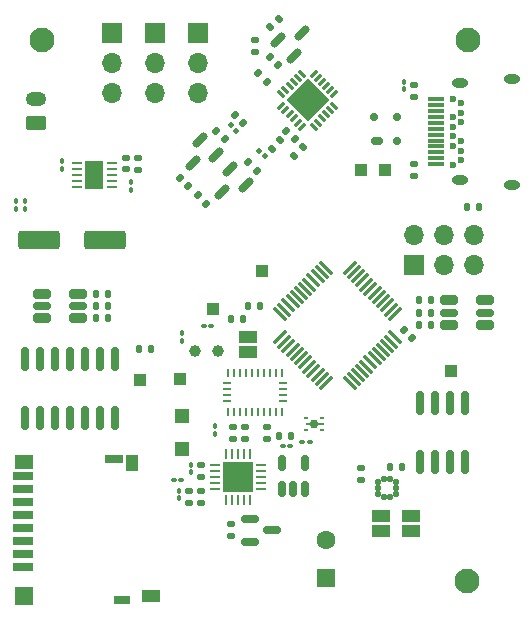
<source format=gbr>
%TF.GenerationSoftware,KiCad,Pcbnew,9.0.0*%
%TF.CreationDate,2025-03-07T10:31:51-08:00*%
%TF.ProjectId,Vanguard_new,56616e67-7561-4726-945f-6e65772e6b69,rev?*%
%TF.SameCoordinates,Original*%
%TF.FileFunction,Soldermask,Top*%
%TF.FilePolarity,Negative*%
%FSLAX46Y46*%
G04 Gerber Fmt 4.6, Leading zero omitted, Abs format (unit mm)*
G04 Created by KiCad (PCBNEW 9.0.0) date 2025-03-07 10:31:51*
%MOMM*%
%LPD*%
G01*
G04 APERTURE LIST*
G04 Aperture macros list*
%AMRoundRect*
0 Rectangle with rounded corners*
0 $1 Rounding radius*
0 $2 $3 $4 $5 $6 $7 $8 $9 X,Y pos of 4 corners*
0 Add a 4 corners polygon primitive as box body*
4,1,4,$2,$3,$4,$5,$6,$7,$8,$9,$2,$3,0*
0 Add four circle primitives for the rounded corners*
1,1,$1+$1,$2,$3*
1,1,$1+$1,$4,$5*
1,1,$1+$1,$6,$7*
1,1,$1+$1,$8,$9*
0 Add four rect primitives between the rounded corners*
20,1,$1+$1,$2,$3,$4,$5,0*
20,1,$1+$1,$4,$5,$6,$7,0*
20,1,$1+$1,$6,$7,$8,$9,0*
20,1,$1+$1,$8,$9,$2,$3,0*%
%AMRotRect*
0 Rectangle, with rotation*
0 The origin of the aperture is its center*
0 $1 length*
0 $2 width*
0 $3 Rotation angle, in degrees counterclockwise*
0 Add horizontal line*
21,1,$1,$2,0,0,$3*%
%AMFreePoly0*
4,1,13,0.320000,0.125000,0.700000,0.125000,0.700000,-0.125000,0.320000,-0.125000,0.200000,-0.350000,-0.200000,-0.350000,-0.320000,-0.125000,-0.850000,-0.125000,-0.850000,0.125000,-0.320000,0.125000,-0.200000,0.350000,0.200000,0.350000,0.320000,0.125000,0.320000,0.125000,$1*%
G04 Aperture macros list end*
%ADD10R,1.500000X1.000000*%
%ADD11RoundRect,0.135000X0.035355X-0.226274X0.226274X-0.035355X-0.035355X0.226274X-0.226274X0.035355X0*%
%ADD12R,1.000000X1.000000*%
%ADD13RoundRect,0.135000X-0.135000X-0.185000X0.135000X-0.185000X0.135000X0.185000X-0.135000X0.185000X0*%
%ADD14RoundRect,0.135000X-0.185000X0.135000X-0.185000X-0.135000X0.185000X-0.135000X0.185000X0.135000X0*%
%ADD15R,1.700000X1.700000*%
%ADD16O,1.700000X1.700000*%
%ADD17RoundRect,0.100000X-0.162635X0.021213X0.021213X-0.162635X0.162635X-0.021213X-0.021213X0.162635X0*%
%ADD18RoundRect,0.075000X0.521491X-0.415425X-0.415425X0.521491X-0.521491X0.415425X0.415425X-0.521491X0*%
%ADD19RoundRect,0.075000X0.521491X0.415425X0.415425X0.521491X-0.521491X-0.415425X-0.415425X-0.521491X0*%
%ADD20RoundRect,0.100000X-0.100000X0.130000X-0.100000X-0.130000X0.100000X-0.130000X0.100000X0.130000X0*%
%ADD21RoundRect,0.062500X0.362500X0.062500X-0.362500X0.062500X-0.362500X-0.062500X0.362500X-0.062500X0*%
%ADD22R,1.650000X2.380000*%
%ADD23RoundRect,0.150000X-0.309359X-0.521491X0.521491X0.309359X0.309359X0.521491X-0.521491X-0.309359X0*%
%ADD24RoundRect,0.135000X0.135000X0.185000X-0.135000X0.185000X-0.135000X-0.185000X0.135000X-0.185000X0*%
%ADD25RoundRect,0.135000X-0.226274X-0.035355X-0.035355X-0.226274X0.226274X0.035355X0.035355X0.226274X0*%
%ADD26RoundRect,0.135000X0.226274X0.035355X0.035355X0.226274X-0.226274X-0.035355X-0.035355X-0.226274X0*%
%ADD27RoundRect,0.062500X0.062500X-0.350000X0.062500X0.350000X-0.062500X0.350000X-0.062500X-0.350000X0*%
%ADD28RoundRect,0.062500X0.350000X-0.062500X0.350000X0.062500X-0.350000X0.062500X-0.350000X-0.062500X0*%
%ADD29R,2.500000X2.500000*%
%ADD30O,1.400000X0.800000*%
%ADD31R,1.400000X0.300000*%
%ADD32C,0.600000*%
%ADD33RoundRect,0.100000X-0.130000X-0.100000X0.130000X-0.100000X0.130000X0.100000X-0.130000X0.100000X0*%
%ADD34RoundRect,0.135000X-0.035355X0.226274X-0.226274X0.035355X0.035355X-0.226274X0.226274X-0.035355X0*%
%ADD35RoundRect,0.100000X0.100000X-0.130000X0.100000X0.130000X-0.100000X0.130000X-0.100000X-0.130000X0*%
%ADD36RoundRect,0.150000X-0.587500X-0.150000X0.587500X-0.150000X0.587500X0.150000X-0.587500X0.150000X0*%
%ADD37RoundRect,0.135000X0.185000X-0.135000X0.185000X0.135000X-0.185000X0.135000X-0.185000X-0.135000X0*%
%ADD38RoundRect,0.147500X-0.172500X0.147500X-0.172500X-0.147500X0.172500X-0.147500X0.172500X0.147500X0*%
%ADD39R,1.200000X1.200000*%
%ADD40R,0.254000X0.675000*%
%ADD41R,0.675000X0.254000*%
%ADD42RoundRect,0.160000X-0.565000X-0.240000X0.565000X-0.240000X0.565000X0.240000X-0.565000X0.240000X0*%
%ADD43RoundRect,0.120000X-0.605000X-0.180000X0.605000X-0.180000X0.605000X0.180000X-0.605000X0.180000X0*%
%ADD44C,2.100000*%
%ADD45RoundRect,0.100000X0.130000X0.100000X-0.130000X0.100000X-0.130000X-0.100000X0.130000X-0.100000X0*%
%ADD46RoundRect,0.062500X0.112500X0.062500X-0.112500X0.062500X-0.112500X-0.062500X0.112500X-0.062500X0*%
%ADD47FreePoly0,180.000000*%
%ADD48RoundRect,0.102000X-0.125000X-0.137500X0.125000X-0.137500X0.125000X0.137500X-0.125000X0.137500X0*%
%ADD49RoundRect,0.102000X-0.137500X-0.125000X0.137500X-0.125000X0.137500X0.125000X-0.137500X0.125000X0*%
%ADD50RoundRect,0.150000X0.150000X-0.825000X0.150000X0.825000X-0.150000X0.825000X-0.150000X-0.825000X0*%
%ADD51C,1.000000*%
%ADD52R,1.600000X1.600000*%
%ADD53C,1.600000*%
%ADD54RoundRect,0.150000X0.309359X0.521491X-0.521491X-0.309359X-0.309359X-0.521491X0.521491X0.309359X0*%
%ADD55RoundRect,0.250000X1.500000X0.550000X-1.500000X0.550000X-1.500000X-0.550000X1.500000X-0.550000X0*%
%ADD56RoundRect,0.150000X0.150000X-0.512500X0.150000X0.512500X-0.150000X0.512500X-0.150000X-0.512500X0*%
%ADD57RoundRect,0.160000X0.565000X0.240000X-0.565000X0.240000X-0.565000X-0.240000X0.565000X-0.240000X0*%
%ADD58RoundRect,0.120000X0.605000X0.180000X-0.605000X0.180000X-0.605000X-0.180000X0.605000X-0.180000X0*%
%ADD59RoundRect,0.062500X0.203293X0.291682X-0.291682X-0.203293X-0.203293X-0.291682X0.291682X0.203293X0*%
%ADD60RoundRect,0.062500X-0.203293X0.291682X-0.291682X0.203293X0.203293X-0.291682X0.291682X-0.203293X0*%
%ADD61RotRect,2.600000X2.600000X225.000000*%
%ADD62RoundRect,0.250000X0.625000X-0.350000X0.625000X0.350000X-0.625000X0.350000X-0.625000X-0.350000X0*%
%ADD63O,1.750000X1.200000*%
%ADD64R,1.750000X0.700000*%
%ADD65R,1.000000X1.450000*%
%ADD66R,1.550000X1.000000*%
%ADD67R,1.500000X0.800000*%
%ADD68R,1.500000X1.300000*%
%ADD69R,1.500000X1.500000*%
%ADD70R,1.400000X0.800000*%
%ADD71RoundRect,0.175000X0.325000X-0.175000X0.325000X0.175000X-0.325000X0.175000X-0.325000X-0.175000X0*%
%ADD72RoundRect,0.150000X0.150000X-0.200000X0.150000X0.200000X-0.150000X0.200000X-0.150000X-0.200000X0*%
G04 APERTURE END LIST*
D10*
%TO.C,ADR1*%
X112907500Y-113390000D03*
X112907500Y-112090000D03*
%TD*%
D11*
%TO.C,R2*%
X116832161Y-96771175D03*
X117553409Y-96049927D03*
%TD*%
D12*
%TO.C,TP1*%
X124500000Y-98000000D03*
%TD*%
D13*
%TO.C,R30*%
X100015001Y-108450000D03*
X101034999Y-108450000D03*
%TD*%
D10*
%TO.C,JP2*%
X124160000Y-127239999D03*
X124160000Y-128539997D03*
%TD*%
D14*
%TO.C,R35*%
X126950000Y-90789976D03*
X126950000Y-91809974D03*
%TD*%
D15*
%TO.C,J5*%
X105000000Y-86420000D03*
D16*
X105000000Y-88960000D03*
X105000000Y-91500000D03*
%TD*%
D17*
%TO.C,D2*%
X111473777Y-94210237D03*
X111926325Y-94662785D03*
%TD*%
D18*
%TO.C,U2*%
X121498788Y-116048427D03*
X121852342Y-115694873D03*
X122205895Y-115341320D03*
X122559449Y-114987766D03*
X122913002Y-114634213D03*
X123266555Y-114280660D03*
X123620109Y-113927106D03*
X123973662Y-113573553D03*
X124327215Y-113220000D03*
X124680769Y-112866446D03*
X125034322Y-112512893D03*
X125387876Y-112159339D03*
D19*
X125387876Y-110161763D03*
X125034322Y-109808209D03*
X124680769Y-109454656D03*
X124327215Y-109101102D03*
X123973662Y-108747549D03*
X123620109Y-108393996D03*
X123266555Y-108040442D03*
X122913002Y-107686889D03*
X122559449Y-107333336D03*
X122205895Y-106979782D03*
X121852342Y-106626229D03*
X121498788Y-106272675D03*
D18*
X119501212Y-106272675D03*
X119147658Y-106626229D03*
X118794105Y-106979782D03*
X118440551Y-107333336D03*
X118086998Y-107686889D03*
X117733445Y-108040442D03*
X117379891Y-108393996D03*
X117026338Y-108747549D03*
X116672785Y-109101102D03*
X116319231Y-109454656D03*
X115965678Y-109808209D03*
X115612124Y-110161763D03*
D19*
X115612124Y-112159339D03*
X115965678Y-112512893D03*
X116319231Y-112866446D03*
X116672785Y-113220000D03*
X117026338Y-113573553D03*
X117379891Y-113927106D03*
X117733445Y-114280660D03*
X118086998Y-114634213D03*
X118440551Y-114987766D03*
X118794105Y-115341320D03*
X119147658Y-115694873D03*
X119501212Y-116048427D03*
%TD*%
D20*
%TO.C,C13*%
X93280000Y-100640000D03*
X93280000Y-101280000D03*
%TD*%
D21*
%TO.C,U8*%
X101350000Y-99415000D03*
X101350000Y-98915000D03*
X101350000Y-98415000D03*
X101350000Y-97915000D03*
X101350000Y-97415000D03*
X98450000Y-97415000D03*
X98450000Y-97915000D03*
X98450000Y-98415000D03*
X98450000Y-98915000D03*
X98450000Y-99415000D03*
D22*
X99900000Y-98415000D03*
%TD*%
D23*
%TO.C,Q1*%
X115485208Y-87014625D03*
X116828711Y-88358128D03*
X117482785Y-86360551D03*
%TD*%
D24*
%TO.C,R23*%
X112510000Y-110560000D03*
X111490000Y-110560000D03*
%TD*%
D12*
%TO.C,TP3*%
X103720000Y-115730000D03*
%TD*%
D25*
%TO.C,R5*%
X113778752Y-89778752D03*
X114500000Y-90500000D03*
%TD*%
D15*
%TO.C,J4*%
X101350000Y-86420000D03*
D16*
X101350000Y-88960000D03*
X101350000Y-91500000D03*
%TD*%
D26*
%TO.C,R10*%
X113644033Y-98041801D03*
X112922785Y-97320553D03*
%TD*%
D12*
%TO.C,TP4*%
X130130000Y-115040000D03*
%TD*%
D14*
%TO.C,R15*%
X108910000Y-125169999D03*
X108910000Y-126189999D03*
%TD*%
D13*
%TO.C,R25*%
X127385000Y-109030000D03*
X128405000Y-109030000D03*
%TD*%
D12*
%TO.C,TP6*%
X109975000Y-109730000D03*
%TD*%
D20*
%TO.C,C12*%
X94030000Y-100635000D03*
X94030000Y-101275000D03*
%TD*%
D27*
%TO.C,U9*%
X111042500Y-125907500D03*
X111542500Y-125907500D03*
X112042500Y-125907499D03*
X112542500Y-125907500D03*
X113042500Y-125907500D03*
D28*
X113980000Y-124970000D03*
X113980000Y-124470000D03*
X113979999Y-123970000D03*
X113980000Y-123470000D03*
X113980000Y-122970000D03*
D27*
X113042500Y-122032500D03*
X112542500Y-122032500D03*
X112042500Y-122032501D03*
X111542500Y-122032500D03*
X111042500Y-122032500D03*
D28*
X110105000Y-122970000D03*
X110105000Y-123470000D03*
X110105001Y-123970000D03*
X110105000Y-124470000D03*
X110105000Y-124970000D03*
D29*
X112042500Y-123970000D03*
%TD*%
D30*
%TO.C,J1*%
X130831500Y-90610000D03*
X130831500Y-98870000D03*
X135221500Y-99230000D03*
X135221500Y-90250000D03*
D31*
X128830500Y-97489500D03*
X128830500Y-96990000D03*
X128830500Y-96491000D03*
X128830500Y-95990500D03*
X128830500Y-95490500D03*
X128830500Y-94990000D03*
X128830500Y-94489500D03*
X128830500Y-93989000D03*
X128830500Y-93490000D03*
X128830500Y-92991000D03*
X128830500Y-92490500D03*
X128830500Y-91990000D03*
D32*
X130231500Y-91940000D03*
X130931500Y-92340000D03*
X130931500Y-93140000D03*
X130231500Y-93540000D03*
X130931500Y-93940000D03*
X130231500Y-94340000D03*
X130231500Y-95140000D03*
X130931500Y-95540000D03*
X130231500Y-95940000D03*
X130931500Y-96340000D03*
X130931500Y-97140000D03*
X130231500Y-97540000D03*
%TD*%
D33*
%TO.C,C6*%
X115830000Y-121390000D03*
X116470000Y-121390000D03*
%TD*%
D34*
%TO.C,R3*%
X115623409Y-95469927D03*
X114902161Y-96191175D03*
%TD*%
D35*
%TO.C,C9*%
X103000000Y-99665000D03*
X103000000Y-99025000D03*
%TD*%
D36*
%TO.C,Q4*%
X113062500Y-127550000D03*
X113062500Y-129450000D03*
X114937501Y-128500000D03*
%TD*%
D35*
%TO.C,D7*%
X126070000Y-91149974D03*
X126070000Y-90509974D03*
%TD*%
D24*
%TO.C,R1*%
X125969999Y-123090000D03*
X124950001Y-123090000D03*
%TD*%
D13*
%TO.C,R24*%
X103700000Y-113100000D03*
X104720000Y-113100000D03*
%TD*%
D35*
%TO.C,C8*%
X97140000Y-97905000D03*
X97140000Y-97265000D03*
%TD*%
D13*
%TO.C,R26*%
X127385000Y-110070000D03*
X128405000Y-110070000D03*
%TD*%
D14*
%TO.C,R33*%
X103560000Y-96945001D03*
X103560000Y-97964999D03*
%TD*%
D35*
%TO.C,C3*%
X107290000Y-112430000D03*
X107290000Y-111790000D03*
%TD*%
D14*
%TO.C,R34*%
X111500000Y-127990001D03*
X111500000Y-129009999D03*
%TD*%
D37*
%TO.C,R36*%
X122430000Y-124239999D03*
X122430000Y-123220001D03*
%TD*%
D38*
%TO.C,L1*%
X102560000Y-96950001D03*
X102560000Y-97920001D03*
%TD*%
D20*
%TO.C,C7*%
X110147500Y-119695000D03*
X110147500Y-120335000D03*
%TD*%
D39*
%TO.C,D6*%
X107280000Y-121587499D03*
X107280000Y-118787501D03*
%TD*%
D25*
%TO.C,R13*%
X108639376Y-100139376D03*
X109360624Y-100860624D03*
%TD*%
D13*
%TO.C,R17*%
X115490000Y-120500000D03*
X116510000Y-120500000D03*
%TD*%
D40*
%TO.C,U6*%
X111250000Y-115137500D03*
D41*
X111112500Y-116050000D03*
X111112500Y-116550000D03*
X111112500Y-117050000D03*
X111112500Y-117550000D03*
D40*
X111250000Y-118462500D03*
X111750000Y-118462500D03*
X112250000Y-118462500D03*
X112750000Y-118462500D03*
X113250000Y-118462500D03*
X113750000Y-118462500D03*
X114250000Y-118462500D03*
X114750000Y-118462500D03*
X115250000Y-118462500D03*
X115750000Y-118462500D03*
D41*
X115887500Y-117550000D03*
X115887500Y-117050000D03*
X115887500Y-116550000D03*
X115887500Y-116050000D03*
D40*
X115750000Y-115137500D03*
X115250000Y-115137500D03*
X114750000Y-115137500D03*
X114250000Y-115137500D03*
X113750000Y-115137500D03*
X113250000Y-115137500D03*
X112750000Y-115137500D03*
X112250000Y-115137500D03*
X111750000Y-115137500D03*
%TD*%
D26*
%TO.C,R9*%
X110945214Y-95378731D03*
X110223966Y-94657483D03*
%TD*%
D42*
%TO.C,STARBOARD_RGB1*%
X129900000Y-109020000D03*
D43*
X129900000Y-110070000D03*
D42*
X129900000Y-111120000D03*
X132950000Y-111120000D03*
D43*
X132950000Y-110070000D03*
D42*
X132950000Y-109020000D03*
%TD*%
D44*
%TO.C,REF\u002A\u002A*%
X95500000Y-87000000D03*
%TD*%
D13*
%TO.C,R32*%
X131470000Y-101140000D03*
X132489998Y-101140000D03*
%TD*%
D45*
%TO.C,C2*%
X109805000Y-111160000D03*
X109165000Y-111160000D03*
%TD*%
D14*
%TO.C,R18*%
X111647500Y-119720000D03*
X111647500Y-120740000D03*
%TD*%
D26*
%TO.C,R21*%
X126791248Y-112251248D03*
X126070000Y-111530000D03*
%TD*%
D46*
%TO.C,U5*%
X119175001Y-119999999D03*
D47*
X118500001Y-119500000D03*
D46*
X119175001Y-119000001D03*
X117825001Y-119000001D03*
X117825001Y-119999999D03*
%TD*%
D14*
%TO.C,R31*%
X126970000Y-97490001D03*
X126970000Y-98509999D03*
%TD*%
D13*
%TO.C,R22*%
X112940002Y-109530000D03*
X113960000Y-109530000D03*
%TD*%
D48*
%TO.C,U10*%
X124890000Y-124137500D03*
X124390000Y-124137500D03*
D49*
X123877500Y-124400000D03*
X123877500Y-124900000D03*
X123877500Y-125400000D03*
D48*
X124390000Y-125662500D03*
X124890000Y-125662500D03*
D49*
X125402500Y-125400000D03*
X125402500Y-124900000D03*
X125402500Y-124400000D03*
%TD*%
D50*
%TO.C,U3*%
X127465192Y-122696196D03*
X128735192Y-122696196D03*
X130005192Y-122696196D03*
X131275192Y-122696196D03*
X131275192Y-117746196D03*
X130005192Y-117746196D03*
X128735192Y-117746196D03*
X127465192Y-117746196D03*
%TD*%
D17*
%TO.C,D3*%
X113859699Y-96376563D03*
X114312247Y-96829111D03*
%TD*%
D25*
%TO.C,R4*%
X111800814Y-93292767D03*
X112522062Y-94014015D03*
%TD*%
D51*
%TO.C,Y1*%
X110330000Y-113300000D03*
X108430000Y-113300000D03*
%TD*%
D37*
%TO.C,R8*%
X113500000Y-88009999D03*
X113500000Y-86990001D03*
%TD*%
D20*
%TO.C,C11*%
X107020000Y-125125000D03*
X107020000Y-125765000D03*
%TD*%
D52*
%TO.C,BZ1*%
X119500000Y-132500000D03*
D53*
X119500000Y-129300000D03*
%TD*%
D13*
%TO.C,R28*%
X100025001Y-110530000D03*
X101044999Y-110530000D03*
%TD*%
D20*
%TO.C,C4*%
X108040000Y-122940000D03*
X108040000Y-123580000D03*
%TD*%
D14*
%TO.C,R19*%
X112647500Y-119720000D03*
X112647500Y-120740000D03*
%TD*%
D13*
%TO.C,R29*%
X100015001Y-109500000D03*
X101034999Y-109500000D03*
%TD*%
D11*
%TO.C,R7*%
X114799376Y-85890624D03*
X115520624Y-85169376D03*
%TD*%
D14*
%TO.C,R14*%
X108920000Y-122980001D03*
X108920000Y-123999999D03*
%TD*%
%TO.C,R20*%
X114500000Y-119720000D03*
X114500000Y-120740000D03*
%TD*%
D54*
%TO.C,Q3*%
X110206289Y-96754054D03*
X108862786Y-95410551D03*
X108208712Y-97408128D03*
%TD*%
D50*
%TO.C,U7*%
X94010000Y-118975000D03*
X95280000Y-118975000D03*
X96550000Y-118975000D03*
X97820000Y-118975000D03*
X99090000Y-118975000D03*
X100360000Y-118975000D03*
X101630000Y-118975000D03*
X101630000Y-114025000D03*
X100360000Y-114025000D03*
X99090000Y-114025000D03*
X97820000Y-114025000D03*
X96550000Y-114025000D03*
X95280000Y-114025000D03*
X94010000Y-114025000D03*
%TD*%
D45*
%TO.C,D5*%
X118140000Y-121000000D03*
X117500000Y-121000000D03*
%TD*%
D25*
%TO.C,R6*%
X114742161Y-88399927D03*
X115463409Y-89121175D03*
%TD*%
%TO.C,R11*%
X116141537Y-94679303D03*
X116862785Y-95400551D03*
%TD*%
D55*
%TO.C,C10*%
X100800000Y-103900000D03*
X95200000Y-103900000D03*
%TD*%
D12*
%TO.C,TP5*%
X107130000Y-115670000D03*
%TD*%
D56*
%TO.C,U4*%
X115800000Y-125027500D03*
X116750000Y-125027500D03*
X117700000Y-125027500D03*
X117700000Y-122752500D03*
X115800000Y-122752500D03*
%TD*%
D37*
%TO.C,R16*%
X107900000Y-126189999D03*
X107900000Y-125170001D03*
%TD*%
D12*
%TO.C,TP2*%
X122500000Y-98000000D03*
%TD*%
D57*
%TO.C,PORTSIDE_RGB1*%
X98525000Y-110550000D03*
D58*
X98525000Y-109500000D03*
D57*
X98525000Y-108450000D03*
X95475000Y-108450000D03*
D58*
X95475000Y-109500000D03*
D57*
X95475000Y-110550000D03*
%TD*%
D15*
%TO.C,J7*%
X108650000Y-86425000D03*
D16*
X108650000Y-88965000D03*
X108650000Y-91505000D03*
%TD*%
D54*
%TO.C,Q2*%
X112708884Y-99217364D03*
X111365381Y-97873861D03*
X110711307Y-99871438D03*
%TD*%
D44*
%TO.C,REF\u002A\u002A*%
X131500000Y-87000000D03*
%TD*%
D59*
%TO.C,U1*%
X120223445Y-91591210D03*
X119869891Y-91237657D03*
X119516338Y-90884103D03*
X119162785Y-90530550D03*
X118809231Y-90176997D03*
X118455678Y-89823443D03*
D60*
X117483406Y-89823443D03*
X117129853Y-90176997D03*
X116776299Y-90530550D03*
X116422746Y-90884103D03*
X116069193Y-91237657D03*
X115715639Y-91591210D03*
D59*
X115715639Y-92563482D03*
X116069193Y-92917035D03*
X116422746Y-93270589D03*
X116776299Y-93624142D03*
X117129853Y-93977695D03*
X117483406Y-94331249D03*
D60*
X118455678Y-94331249D03*
X118809231Y-93977695D03*
X119162785Y-93624142D03*
X119516338Y-93270589D03*
X119869891Y-92917035D03*
X120223445Y-92563482D03*
D61*
X117969542Y-92077346D03*
%TD*%
D62*
%TO.C,J6*%
X94950000Y-94000000D03*
D63*
X94950000Y-91999999D03*
%TD*%
D44*
%TO.C,REF\u002A\u002A*%
X131450000Y-132790000D03*
%TD*%
D26*
%TO.C,R12*%
X107860624Y-99360624D03*
X107139376Y-98639376D03*
%TD*%
D64*
%TO.C,J3*%
X93855000Y-131635000D03*
X93855000Y-130535000D03*
X93855000Y-129435000D03*
X93855000Y-128335000D03*
X93855000Y-127235000D03*
X93855000Y-126135000D03*
X93855000Y-125035000D03*
X93855000Y-123935000D03*
D65*
X103080000Y-122810000D03*
D66*
X104655000Y-134035000D03*
D67*
X101580000Y-122485000D03*
D68*
X93980000Y-122735000D03*
D69*
X93980000Y-134085000D03*
D70*
X102230000Y-134435000D03*
%TD*%
D71*
%TO.C,D1*%
X123800000Y-95500000D03*
D72*
X125500000Y-95500000D03*
X125500000Y-93500000D03*
X123600000Y-93500000D03*
%TD*%
D12*
%TO.C,TP7*%
X114067215Y-106500000D03*
%TD*%
D13*
%TO.C,R27*%
X127385000Y-111120000D03*
X128405000Y-111120000D03*
%TD*%
D45*
%TO.C,C5*%
X107255000Y-124220000D03*
X106615000Y-124220000D03*
%TD*%
D10*
%TO.C,JP1*%
X126730000Y-127240000D03*
X126730000Y-128539998D03*
%TD*%
D15*
%TO.C,J2*%
X126920000Y-106040000D03*
D16*
X126920000Y-103500000D03*
X129460000Y-106040000D03*
X129460000Y-103500000D03*
X131999999Y-106040000D03*
X132000000Y-103500000D03*
%TD*%
M02*

</source>
